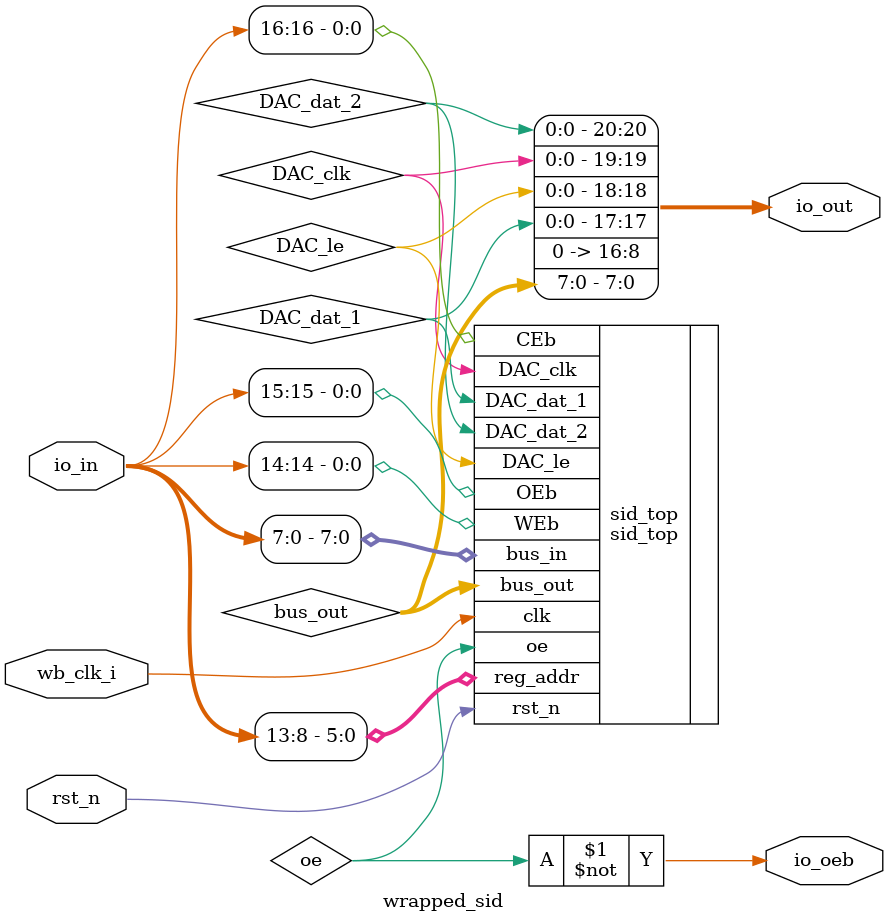
<source format=v>
`default_nettype none

module wrapped_sid(
`ifdef USE_POWER_PINS
	inout vdd,
	inout vss,
`endif
	input wb_clk_i,
	input rst_n,
	input [32:0] io_in,
	output [20:0] io_out,
	output io_oeb
);

wire oe;
assign io_oeb = ~oe;
wire [7:0] bus_out;
wire DAC_clk;
wire DAC_dat_1;
wire DAC_dat_2;
wire DAC_le;

assign io_out = {DAC_dat_2, DAC_clk, DAC_le, DAC_dat_1, 1'b0, 1'b0, 1'b0, 6'b000000, bus_out};

sid_top sid_top(
	.clk(wb_clk_i),
	.rst_n(rst_n),
	.WEb(io_in[14]),
	.OEb(io_in[15]),
	.CEb(io_in[16]),
	.reg_addr(io_in[13:8]),
	.DAC_clk(DAC_clk),
	.DAC_dat_1(DAC_dat_1),
	.DAC_dat_2(DAC_dat_2),
	.DAC_le(DAC_le),
	.oe(oe),
	.bus_in(io_in[7:0]),
	.bus_out(bus_out)
);

endmodule

</source>
